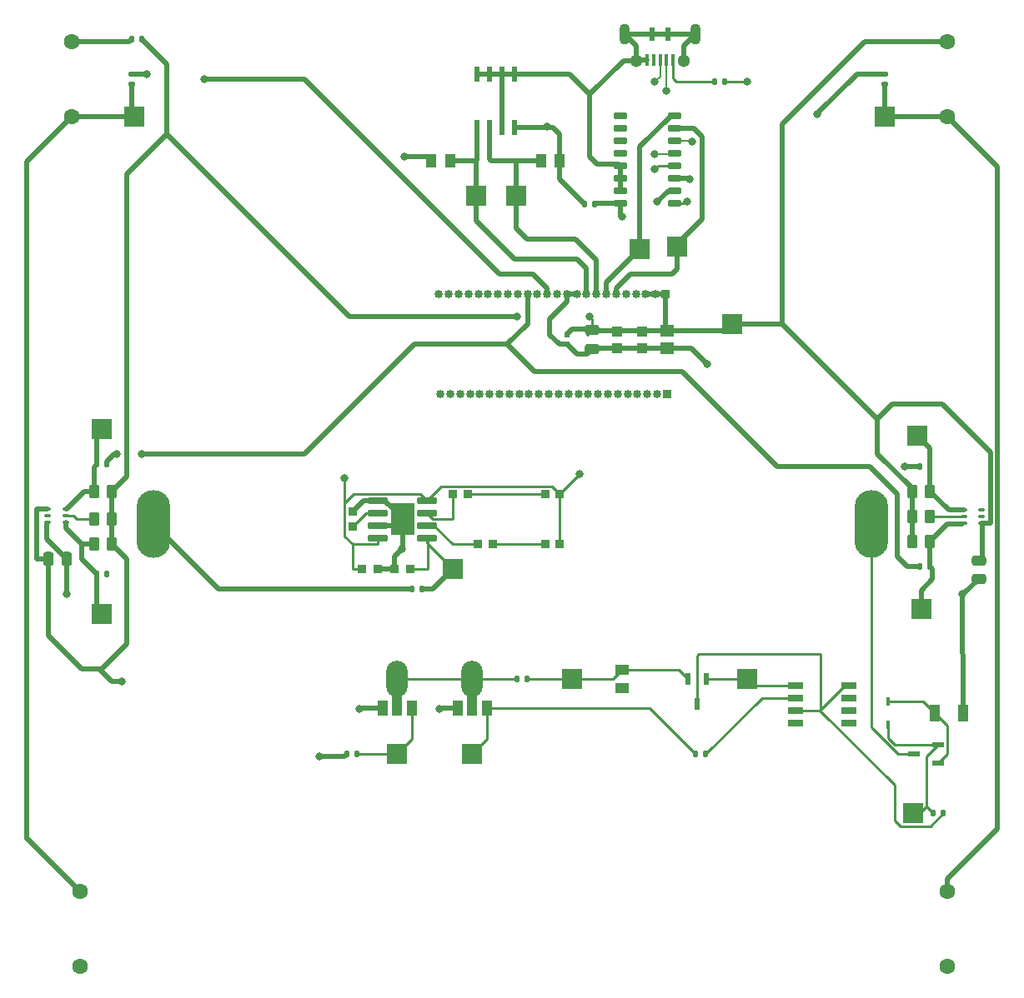
<source format=gbr>
%TF.GenerationSoftware,KiCad,Pcbnew,(7.0.0)*%
%TF.CreationDate,2023-03-21T11:43:25+02:00*%
%TF.ProjectId,EEE3088,45454533-3038-4382-9e6b-696361645f70,rev?*%
%TF.SameCoordinates,Original*%
%TF.FileFunction,Copper,L1,Top*%
%TF.FilePolarity,Positive*%
%FSLAX46Y46*%
G04 Gerber Fmt 4.6, Leading zero omitted, Abs format (unit mm)*
G04 Created by KiCad (PCBNEW (7.0.0)) date 2023-03-21 11:43:25*
%MOMM*%
%LPD*%
G01*
G04 APERTURE LIST*
G04 Aperture macros list*
%AMRoundRect*
0 Rectangle with rounded corners*
0 $1 Rounding radius*
0 $2 $3 $4 $5 $6 $7 $8 $9 X,Y pos of 4 corners*
0 Add a 4 corners polygon primitive as box body*
4,1,4,$2,$3,$4,$5,$6,$7,$8,$9,$2,$3,0*
0 Add four circle primitives for the rounded corners*
1,1,$1+$1,$2,$3*
1,1,$1+$1,$4,$5*
1,1,$1+$1,$6,$7*
1,1,$1+$1,$8,$9*
0 Add four rect primitives between the rounded corners*
20,1,$1+$1,$2,$3,$4,$5,0*
20,1,$1+$1,$4,$5,$6,$7,0*
20,1,$1+$1,$6,$7,$8,$9,0*
20,1,$1+$1,$8,$9,$2,$3,0*%
G04 Aperture macros list end*
%TA.AperFunction,SMDPad,CuDef*%
%ADD10RoundRect,0.075000X0.250000X0.075000X-0.250000X0.075000X-0.250000X-0.075000X0.250000X-0.075000X0*%
%TD*%
%TA.AperFunction,SMDPad,CuDef*%
%ADD11RoundRect,0.135000X-0.135000X-0.185000X0.135000X-0.185000X0.135000X0.185000X-0.135000X0.185000X0*%
%TD*%
%TA.AperFunction,SMDPad,CuDef*%
%ADD12R,2.000000X2.000000*%
%TD*%
%TA.AperFunction,SMDPad,CuDef*%
%ADD13RoundRect,0.250000X-0.475000X0.250000X-0.475000X-0.250000X0.475000X-0.250000X0.475000X0.250000X0*%
%TD*%
%TA.AperFunction,SMDPad,CuDef*%
%ADD14R,0.600000X1.200000*%
%TD*%
%TA.AperFunction,SMDPad,CuDef*%
%ADD15RoundRect,0.135000X0.135000X0.185000X-0.135000X0.185000X-0.135000X-0.185000X0.135000X-0.185000X0*%
%TD*%
%TA.AperFunction,SMDPad,CuDef*%
%ADD16RoundRect,0.250000X-0.262500X-0.450000X0.262500X-0.450000X0.262500X0.450000X-0.262500X0.450000X0*%
%TD*%
%TA.AperFunction,SMDPad,CuDef*%
%ADD17R,1.000000X1.100000*%
%TD*%
%TA.AperFunction,SMDPad,CuDef*%
%ADD18R,0.900000X0.950000*%
%TD*%
%TA.AperFunction,SMDPad,CuDef*%
%ADD19R,1.050000X1.750000*%
%TD*%
%TA.AperFunction,SMDPad,CuDef*%
%ADD20R,1.450000X1.150000*%
%TD*%
%TA.AperFunction,SMDPad,CuDef*%
%ADD21RoundRect,0.250000X0.262500X0.450000X-0.262500X0.450000X-0.262500X-0.450000X0.262500X-0.450000X0*%
%TD*%
%TA.AperFunction,ComponentPad*%
%ADD22R,0.850000X0.850000*%
%TD*%
%TA.AperFunction,ComponentPad*%
%ADD23O,0.850000X0.850000*%
%TD*%
%TA.AperFunction,SMDPad,CuDef*%
%ADD24R,0.400000X1.250000*%
%TD*%
%TA.AperFunction,SMDPad,CuDef*%
%ADD25R,0.600000X1.350000*%
%TD*%
%TA.AperFunction,ComponentPad*%
%ADD26O,1.070000X2.140000*%
%TD*%
%TA.AperFunction,ComponentPad*%
%ADD27C,1.300000*%
%TD*%
%TA.AperFunction,SMDPad,CuDef*%
%ADD28RoundRect,0.250000X-0.250000X-0.475000X0.250000X-0.475000X0.250000X0.475000X-0.250000X0.475000X0*%
%TD*%
%TA.AperFunction,SMDPad,CuDef*%
%ADD29R,0.460000X0.820000*%
%TD*%
%TA.AperFunction,SMDPad,CuDef*%
%ADD30R,0.950000X0.900000*%
%TD*%
%TA.AperFunction,SMDPad,CuDef*%
%ADD31R,1.500000X0.650000*%
%TD*%
%TA.AperFunction,SMDPad,CuDef*%
%ADD32RoundRect,0.042000X-0.943000X-0.258000X0.943000X-0.258000X0.943000X0.258000X-0.943000X0.258000X0*%
%TD*%
%TA.AperFunction,SMDPad,CuDef*%
%ADD33R,2.413000X3.302000*%
%TD*%
%TA.AperFunction,SMDPad,CuDef*%
%ADD34R,1.200000X0.600000*%
%TD*%
%TA.AperFunction,ComponentPad*%
%ADD35C,1.600000*%
%TD*%
%TA.AperFunction,SMDPad,CuDef*%
%ADD36R,1.000000X1.450000*%
%TD*%
%TA.AperFunction,SMDPad,CuDef*%
%ADD37R,0.620000X0.600000*%
%TD*%
%TA.AperFunction,SMDPad,CuDef*%
%ADD38R,0.920000X0.970000*%
%TD*%
%TA.AperFunction,SMDPad,CuDef*%
%ADD39RoundRect,0.075000X-0.250000X-0.075000X0.250000X-0.075000X0.250000X0.075000X-0.250000X0.075000X0*%
%TD*%
%TA.AperFunction,SMDPad,CuDef*%
%ADD40RoundRect,0.135000X0.185000X-0.135000X0.185000X0.135000X-0.185000X0.135000X-0.185000X-0.135000X0*%
%TD*%
%TA.AperFunction,SMDPad,CuDef*%
%ADD41R,1.000000X1.500000*%
%TD*%
%TA.AperFunction,SMDPad,CuDef*%
%ADD42R,1.000000X2.000000*%
%TD*%
%TA.AperFunction,SMDPad,CuDef*%
%ADD43O,2.200000X3.700000*%
%TD*%
%TA.AperFunction,SMDPad,CuDef*%
%ADD44R,0.600000X1.550000*%
%TD*%
%TA.AperFunction,SMDPad,CuDef*%
%ADD45RoundRect,0.135000X-0.185000X0.135000X-0.185000X-0.135000X0.185000X-0.135000X0.185000X0.135000X0*%
%TD*%
%TA.AperFunction,SMDPad,CuDef*%
%ADD46R,1.450000X1.000000*%
%TD*%
%TA.AperFunction,SMDPad,CuDef*%
%ADD47RoundRect,0.049600X0.605400X0.260400X-0.605400X0.260400X-0.605400X-0.260400X0.605400X-0.260400X0*%
%TD*%
%TA.AperFunction,ComponentPad*%
%ADD48O,3.440000X6.880000*%
%TD*%
%TA.AperFunction,ViaPad*%
%ADD49C,0.800000*%
%TD*%
%TA.AperFunction,Conductor*%
%ADD50C,0.500000*%
%TD*%
%TA.AperFunction,Conductor*%
%ADD51C,0.250000*%
%TD*%
%TA.AperFunction,Conductor*%
%ADD52C,0.200000*%
%TD*%
G04 APERTURE END LIST*
D10*
%TO.P,U1,1,VDD*%
%TO.N,+3.3V*%
X186320000Y-80660000D03*
%TO.P,U1,2,NC*%
%TO.N,unconnected-(U1-NC-Pad2)*%
X186320000Y-80010000D03*
%TO.P,U1,3,GND*%
%TO.N,GND*%
X186320000Y-79360000D03*
%TO.P,U1,4,SCL*%
%TO.N,Net-(U1-SCL)*%
X184520000Y-79360000D03*
%TO.P,U1,5,INT*%
%TO.N,Net-(U1-INT)*%
X184520000Y-80010000D03*
%TO.P,U1,6,SDA*%
%TO.N,Net-(U1-SDA)*%
X184520000Y-80660000D03*
%TD*%
D11*
%TO.P,R30,1*%
%TO.N,Net-(J1-VBUS)*%
X159254000Y-35814000D03*
%TO.P,R30,2*%
%TO.N,+5V*%
X160274000Y-35814000D03*
%TD*%
D12*
%TO.P,TP22,1,1*%
%TO.N,Net-(Op-Amp1-VOUTA)*%
X162559999Y-96519999D03*
%TD*%
D13*
%TO.P,C9,1*%
%TO.N,+3.3V*%
X146812000Y-61074000D03*
%TO.P,C9,2*%
%TO.N,GND*%
X146812000Y-62974000D03*
%TD*%
D12*
%TO.P,TP19,1,1*%
%TO.N,/Microcontroller/USB_TIMIN*%
X155447999Y-52577999D03*
%TD*%
%TO.P,TP2,1,1*%
%TO.N,Net-(Battery-Charger1-BAT)*%
X132613999Y-85343999D03*
%TD*%
D14*
%TO.P,N-Mos1,1*%
%TO.N,Net-(Op-Amp1-VOUTA)*%
X158429999Y-96519999D03*
%TO.P,N-Mos1,2*%
%TO.N,Net-(N-Mos1-Pad2)*%
X156529999Y-96519999D03*
%TO.P,N-Mos1,3*%
%TO.N,/Power_Subsystem/V-pos*%
X157479999Y-99019999D03*
%TD*%
D12*
%TO.P,TP1,1,1*%
%TO.N,Net-(Z1-K)*%
X179414999Y-110144999D03*
%TD*%
D15*
%TO.P,R20,1*%
%TO.N,Net-(U1-SDA)*%
X181102000Y-85090000D03*
%TO.P,R20,2*%
%TO.N,/Microcontroller/SDASense*%
X180082000Y-85090000D03*
%TD*%
D12*
%TO.P,TP9,1,1*%
%TO.N,Net-(U1-SCL)*%
X179831999Y-71754999D03*
%TD*%
%TO.P,TP13,1,1*%
%TO.N,/Microcontroller/EEPROM_SCL*%
X139064999Y-47403999D03*
%TD*%
D15*
%TO.P,R8,1*%
%TO.N,Net-(N-Mos1-Pad2)*%
X140210000Y-96520000D03*
%TO.P,R8,2*%
%TO.N,/Power_Subsystem/V-Reg*%
X139190000Y-96520000D03*
%TD*%
D16*
%TO.P,R24,1*%
%TO.N,+3.3V*%
X179277000Y-82550000D03*
%TO.P,R24,2*%
%TO.N,Net-(U1-SDA)*%
X181102000Y-82550000D03*
%TD*%
D12*
%TO.P,TP20,1,1*%
%TO.N,/Microcontroller/USB_TIMOUT*%
X151637999Y-52831999D03*
%TD*%
D17*
%TO.P,C5,1*%
%TO.N,+3.3V*%
X151891999Y-61173999D03*
%TO.P,C5,2*%
%TO.N,GND*%
X151891999Y-62873999D03*
%TD*%
D12*
%TO.P,TP6,1,1*%
%TO.N,Net-(R11-Pad1)*%
X176529999Y-39369999D03*
%TD*%
%TO.P,TP21,1,1*%
%TO.N,/Microcontroller/EEPROM_SDA*%
X135000999Y-47403999D03*
%TD*%
%TO.P,TP16,1,1*%
%TO.N,+3.3V*%
X161035999Y-60451999D03*
%TD*%
D18*
%TO.P,LED2,1*%
%TO.N,Net-(LED2-Pad1)*%
X142023999Y-82803999D03*
%TO.P,LED2,2*%
%TO.N,+5V*%
X143523999Y-82803999D03*
%TD*%
D19*
%TO.P,R3,1*%
%TO.N,GND*%
X184494999Y-99984999D03*
%TO.P,R3,2*%
%TO.N,Net-(Z1-A)*%
X181594999Y-99984999D03*
%TD*%
D20*
%TO.P,C8,1*%
%TO.N,+3.3V*%
X154431999Y-61123999D03*
%TO.P,C8,2*%
%TO.N,GND*%
X154431999Y-62923999D03*
%TD*%
D21*
%TO.P,R25,1*%
%TO.N,+3.3V*%
X98044000Y-77470000D03*
%TO.P,R25,2*%
%TO.N,Net-(U2-SDA)*%
X96219000Y-77470000D03*
%TD*%
%TO.P,R27,1*%
%TO.N,+3.3V*%
X98044000Y-80264000D03*
%TO.P,R27,2*%
%TO.N,Net-(U2-INT)*%
X96219000Y-80264000D03*
%TD*%
D12*
%TO.P,TP7,1,1*%
%TO.N,Net-(R12-Pad2)*%
X100329999Y-39369999D03*
%TD*%
%TO.P,TP3,1,1*%
%TO.N,Net-(N-Mos1-Pad2)*%
X144779999Y-96519999D03*
%TD*%
D22*
%TO.P,J2,1,Pin_1*%
%TO.N,+3.3V*%
X154239999Y-57403999D03*
D23*
%TO.P,J2,2,Pin_2*%
X153239999Y-57403999D03*
%TO.P,J2,3,Pin_3*%
X152239999Y-57403999D03*
%TO.P,J2,4,Pin_4*%
%TO.N,/Microcontroller/USB_RXD*%
X151239999Y-57403999D03*
%TO.P,J2,5,Pin_5*%
%TO.N,/Microcontroller/USB_TXD*%
X150239999Y-57403999D03*
%TO.P,J2,6,Pin_6*%
%TO.N,/Microcontroller/USB_TIMIN*%
X149239999Y-57403999D03*
%TO.P,J2,7,Pin_7*%
%TO.N,/Microcontroller/USB_TIMOUT*%
X148239999Y-57403999D03*
%TO.P,J2,8,Pin_8*%
%TO.N,/Microcontroller/EEPROM_SCL*%
X147239999Y-57403999D03*
%TO.P,J2,9,Pin_9*%
%TO.N,/Microcontroller/EEPROM_SDA*%
X146239999Y-57403999D03*
%TO.P,J2,10,Pin_10*%
%TO.N,GND*%
X145239999Y-57403999D03*
%TO.P,J2,11,Pin_11*%
X144239999Y-57403999D03*
%TO.P,J2,12,Pin_12*%
%TO.N,/Microcontroller/LDR_Vout1*%
X143239999Y-57403999D03*
%TO.P,J2,13,Pin_13*%
%TO.N,/Microcontroller/LDR_Vout2*%
X142239999Y-57403999D03*
%TO.P,J2,14,Pin_14*%
%TO.N,/Microcontroller/SCLSense*%
X141239999Y-57403999D03*
%TO.P,J2,15,Pin_15*%
%TO.N,/Microcontroller/SDASense*%
X140239999Y-57403999D03*
%TO.P,J2,16,Pin_16*%
%TO.N,unconnected-(J2-Pin_16-Pad16)*%
X139239999Y-57403999D03*
%TO.P,J2,17,Pin_17*%
%TO.N,unconnected-(J2-Pin_17-Pad17)*%
X138239999Y-57403999D03*
%TO.P,J2,18,Pin_18*%
%TO.N,unconnected-(J2-Pin_18-Pad18)*%
X137239999Y-57403999D03*
%TO.P,J2,19,Pin_19*%
%TO.N,unconnected-(J2-Pin_19-Pad19)*%
X136239999Y-57403999D03*
%TO.P,J2,20,Pin_20*%
%TO.N,unconnected-(J2-Pin_20-Pad20)*%
X135239999Y-57403999D03*
%TO.P,J2,21,Pin_21*%
%TO.N,unconnected-(J2-Pin_21-Pad21)*%
X134239999Y-57403999D03*
%TO.P,J2,22,Pin_22*%
%TO.N,unconnected-(J2-Pin_22-Pad22)*%
X133239999Y-57403999D03*
%TO.P,J2,23,Pin_23*%
%TO.N,unconnected-(J2-Pin_23-Pad23)*%
X132239999Y-57403999D03*
%TO.P,J2,24,Pin_24*%
%TO.N,unconnected-(J2-Pin_24-Pad24)*%
X131239999Y-57403999D03*
%TD*%
D12*
%TO.P,TP4,1,1*%
%TO.N,Net-(Voltage-Regulator-1-VO)*%
X134619999Y-104139999D03*
%TD*%
D15*
%TO.P,R9,1*%
%TO.N,Net-(Voltage-Regulator-2-VO)*%
X122940000Y-104140000D03*
%TO.P,R9,2*%
%TO.N,+3.3V*%
X121920000Y-104140000D03*
%TD*%
D24*
%TO.P,J1,1,VBUS*%
%TO.N,Net-(J1-VBUS)*%
X155007999Y-33637999D03*
%TO.P,J1,2,D-*%
%TO.N,/Microcontroller/USB_D-*%
X154357999Y-33637999D03*
%TO.P,J1,3,D+*%
%TO.N,/Microcontroller/USB_D+*%
X153707999Y-33637999D03*
%TO.P,J1,4,ID*%
%TO.N,unconnected-(J1-ID-Pad4)*%
X153057999Y-33637999D03*
%TO.P,J1,5,GND*%
%TO.N,GND*%
X152407999Y-33637999D03*
D25*
%TO.P,J1,S1,SHIELD*%
X152907999Y-30987999D03*
%TO.P,J1,S2,SHIELD*%
X154507999Y-30987999D03*
D26*
%TO.P,J1,S3,SHIELD*%
X150107999Y-31012999D03*
D27*
%TO.P,J1,S4,SHIELD*%
X151283000Y-33663000D03*
%TO.P,J1,S5,SHIELD*%
X156133000Y-33663000D03*
D26*
%TO.P,J1,S6,SHIELD*%
X157307999Y-31012999D03*
%TD*%
D28*
%TO.P,C3,1*%
%TO.N,+3.3V*%
X91572000Y-84328000D03*
%TO.P,C3,2*%
%TO.N,GND*%
X93472000Y-84328000D03*
%TD*%
D21*
%TO.P,R23,1*%
%TO.N,+3.3V*%
X98044000Y-82804000D03*
%TO.P,R23,2*%
%TO.N,Net-(U2-SCL)*%
X96219000Y-82804000D03*
%TD*%
D15*
%TO.P,R18,1*%
%TO.N,/Microcontroller/SDASense*%
X97538000Y-74676000D03*
%TO.P,R18,2*%
%TO.N,Net-(U2-SDA)*%
X96518000Y-74676000D03*
%TD*%
D29*
%TO.P,Z1,1,K*%
%TO.N,Net-(Z1-K)*%
X176874999Y-101134999D03*
%TO.P,Z1,2,A*%
%TO.N,Net-(Z1-A)*%
X176874999Y-98834999D03*
%TD*%
D30*
%TO.P,R2,1*%
%TO.N,GND*%
X122453999Y-79463999D03*
%TO.P,R2,2*%
%TO.N,Net-(Battery-Charger1-PROG)*%
X122453999Y-81063999D03*
%TD*%
D15*
%TO.P,R19,1*%
%TO.N,/Microcontroller/SCLSense*%
X97538000Y-85852000D03*
%TO.P,R19,2*%
%TO.N,Net-(U2-SCL)*%
X96518000Y-85852000D03*
%TD*%
D31*
%TO.P,Op-Amp1,1,VOUTA*%
%TO.N,Net-(Op-Amp1-VOUTA)*%
X167479999Y-97154999D03*
%TO.P,Op-Amp1,2,VINA-*%
%TO.N,/Power_Subsystem/3.3-back*%
X167479999Y-98424999D03*
%TO.P,Op-Amp1,3,VINA+*%
%TO.N,/Power_Subsystem/V-pos*%
X167479999Y-99694999D03*
%TO.P,Op-Amp1,4,VSS*%
%TO.N,GND*%
X167479999Y-100964999D03*
%TO.P,Op-Amp1,5,VINB+*%
X172879999Y-100964999D03*
%TO.P,Op-Amp1,6,VINB-*%
X172879999Y-99694999D03*
%TO.P,Op-Amp1,7,VOUTB*%
%TO.N,unconnected-(Op-Amp1-VOUTB-Pad7)*%
X172879999Y-98424999D03*
%TO.P,Op-Amp1,8,VDD*%
%TO.N,/Power_Subsystem/V-pos*%
X172879999Y-97154999D03*
%TD*%
D32*
%TO.P,Battery-Charger1,1,TEMP*%
%TO.N,GND*%
X125059000Y-78359000D03*
%TO.P,Battery-Charger1,2,PROG*%
%TO.N,Net-(Battery-Charger1-PROG)*%
X125059000Y-79629000D03*
%TO.P,Battery-Charger1,3,GND*%
%TO.N,GND*%
X125059000Y-80899000D03*
%TO.P,Battery-Charger1,4,VCC*%
%TO.N,+5V*%
X125059000Y-82169000D03*
%TO.P,Battery-Charger1,5,BAT*%
%TO.N,Net-(Battery-Charger1-BAT)*%
X130009000Y-82169000D03*
%TO.P,Battery-Charger1,6,~{STDBY}*%
%TO.N,Net-(Battery-Charger1-~{STDBY})*%
X130009000Y-80899000D03*
%TO.P,Battery-Charger1,7,~{CHRG}*%
%TO.N,Net-(Battery-Charger1-~{CHRG})*%
X130009000Y-79629000D03*
%TO.P,Battery-Charger1,8,CE*%
%TO.N,+5V*%
X130009000Y-78359000D03*
D33*
%TO.P,Battery-Charger1,9,EP*%
%TO.N,GND*%
X127533999Y-80263999D03*
%TD*%
D34*
%TO.P,P-Mos1,1*%
%TO.N,Net-(Z1-A)*%
X181954999Y-105064999D03*
%TO.P,P-Mos1,2*%
%TO.N,Net-(Z1-K)*%
X181954999Y-103164999D03*
%TO.P,P-Mos1,3*%
%TO.N,Net-(Battery-Holder1-PadP)*%
X179454999Y-104114999D03*
%TD*%
D18*
%TO.P,R32,1*%
%TO.N,Net-(Battery-Charger1-~{CHRG})*%
X132613999Y-77723999D03*
%TO.P,R32,2*%
%TO.N,Net-(LED1-Pad1)*%
X134213999Y-77723999D03*
%TD*%
D11*
%TO.P,R13,1*%
%TO.N,Net-(R13-Pad1)*%
X100072000Y-31496000D03*
%TO.P,R13,2*%
%TO.N,+3.3V*%
X101092000Y-31496000D03*
%TD*%
D13*
%TO.P,C4,1*%
%TO.N,+3.3V*%
X186055000Y-84455000D03*
%TO.P,C4,2*%
%TO.N,GND*%
X186055000Y-86355000D03*
%TD*%
D35*
%TO.P,R17,1*%
%TO.N,Net-(R11-Pad1)*%
X182880000Y-118130000D03*
%TO.P,R17,2*%
%TO.N,GND*%
X182880000Y-125730000D03*
%TD*%
D18*
%TO.P,LED1,1*%
%TO.N,Net-(LED1-Pad1)*%
X142023999Y-77723999D03*
%TO.P,LED1,2*%
%TO.N,+5V*%
X143523999Y-77723999D03*
%TD*%
D11*
%TO.P,R4,1*%
%TO.N,Net-(Z1-K)*%
X181445000Y-110145000D03*
%TO.P,R4,2*%
%TO.N,/Power_Subsystem/V-pos*%
X182465000Y-110145000D03*
%TD*%
D36*
%TO.P,R28,1*%
%TO.N,+3V3*%
X143504999Y-43847999D03*
%TO.P,R28,2*%
%TO.N,/Microcontroller/EEPROM_SCL*%
X141604999Y-43847999D03*
%TD*%
%TO.P,R29,1*%
%TO.N,+3V3*%
X130494999Y-43847999D03*
%TO.P,R29,2*%
%TO.N,/Microcontroller/EEPROM_SDA*%
X132394999Y-43847999D03*
%TD*%
D37*
%TO.P,C7,1*%
%TO.N,+3.3V*%
X144271999Y-61563999D03*
%TO.P,C7,2*%
%TO.N,GND*%
X144271999Y-62483999D03*
%TD*%
D38*
%TO.P,C2,1*%
%TO.N,Net-(Battery-Charger1-BAT)*%
X128308999Y-85343999D03*
%TO.P,C2,2*%
%TO.N,GND*%
X126758999Y-85343999D03*
%TD*%
D39*
%TO.P,U2,1,VDD*%
%TO.N,+3.3V*%
X91545000Y-79260000D03*
%TO.P,U2,2,NC*%
%TO.N,unconnected-(U2-NC-Pad2)*%
X91545000Y-79910000D03*
%TO.P,U2,3,GND*%
%TO.N,GND*%
X91545000Y-80560000D03*
%TO.P,U2,4,SCL*%
%TO.N,Net-(U2-SCL)*%
X93345000Y-80560000D03*
%TO.P,U2,5,INT*%
%TO.N,Net-(U2-INT)*%
X93345000Y-79910000D03*
%TO.P,U2,6,SDA*%
%TO.N,Net-(U2-SDA)*%
X93345000Y-79260000D03*
%TD*%
D12*
%TO.P,TP10,1,1*%
%TO.N,Net-(U1-SDA)*%
X180212999Y-89407999D03*
%TD*%
D22*
%TO.P,J3,1,Pin_1*%
%TO.N,unconnected-(J3-Pin_1-Pad1)*%
X154399999Y-67563999D03*
D23*
%TO.P,J3,2,Pin_2*%
%TO.N,unconnected-(J3-Pin_2-Pad2)*%
X153399999Y-67563999D03*
%TO.P,J3,3,Pin_3*%
%TO.N,unconnected-(J3-Pin_3-Pad3)*%
X152399999Y-67563999D03*
%TO.P,J3,4,Pin_4*%
%TO.N,unconnected-(J3-Pin_4-Pad4)*%
X151399999Y-67563999D03*
%TO.P,J3,5,Pin_5*%
%TO.N,unconnected-(J3-Pin_5-Pad5)*%
X150399999Y-67563999D03*
%TO.P,J3,6,Pin_6*%
%TO.N,unconnected-(J3-Pin_6-Pad6)*%
X149399999Y-67563999D03*
%TO.P,J3,7,Pin_7*%
%TO.N,unconnected-(J3-Pin_7-Pad7)*%
X148399999Y-67563999D03*
%TO.P,J3,8,Pin_8*%
%TO.N,unconnected-(J3-Pin_8-Pad8)*%
X147399999Y-67563999D03*
%TO.P,J3,9,Pin_9*%
%TO.N,unconnected-(J3-Pin_9-Pad9)*%
X146399999Y-67563999D03*
%TO.P,J3,10,Pin_10*%
%TO.N,unconnected-(J3-Pin_10-Pad10)*%
X145399999Y-67563999D03*
%TO.P,J3,11,Pin_11*%
%TO.N,unconnected-(J3-Pin_11-Pad11)*%
X144399999Y-67563999D03*
%TO.P,J3,12,Pin_12*%
%TO.N,unconnected-(J3-Pin_12-Pad12)*%
X143399999Y-67563999D03*
%TO.P,J3,13,Pin_13*%
%TO.N,unconnected-(J3-Pin_13-Pad13)*%
X142399999Y-67563999D03*
%TO.P,J3,14,Pin_14*%
%TO.N,unconnected-(J3-Pin_14-Pad14)*%
X141399999Y-67563999D03*
%TO.P,J3,15,Pin_15*%
%TO.N,unconnected-(J3-Pin_15-Pad15)*%
X140399999Y-67563999D03*
%TO.P,J3,16,Pin_16*%
%TO.N,unconnected-(J3-Pin_16-Pad16)*%
X139399999Y-67563999D03*
%TO.P,J3,17,Pin_17*%
%TO.N,unconnected-(J3-Pin_17-Pad17)*%
X138399999Y-67563999D03*
%TO.P,J3,18,Pin_18*%
%TO.N,unconnected-(J3-Pin_18-Pad18)*%
X137399999Y-67563999D03*
%TO.P,J3,19,Pin_19*%
%TO.N,unconnected-(J3-Pin_19-Pad19)*%
X136399999Y-67563999D03*
%TO.P,J3,20,Pin_20*%
%TO.N,unconnected-(J3-Pin_20-Pad20)*%
X135399999Y-67563999D03*
%TO.P,J3,21,Pin_21*%
%TO.N,unconnected-(J3-Pin_21-Pad21)*%
X134399999Y-67563999D03*
%TO.P,J3,22,Pin_22*%
%TO.N,unconnected-(J3-Pin_22-Pad22)*%
X133399999Y-67563999D03*
%TO.P,J3,23,Pin_23*%
%TO.N,unconnected-(J3-Pin_23-Pad23)*%
X132399999Y-67563999D03*
%TO.P,J3,24,Pin_24*%
%TO.N,unconnected-(J3-Pin_24-Pad24)*%
X131399999Y-67563999D03*
%TD*%
D12*
%TO.P,TP11,1,1*%
%TO.N,Net-(U2-SDA)*%
X97027999Y-71119999D03*
%TD*%
D18*
%TO.P,R5,1*%
%TO.N,Net-(LED2-Pad1)*%
X136753999Y-82803999D03*
%TO.P,R5,2*%
%TO.N,Net-(Battery-Charger1-~{STDBY})*%
X135153999Y-82803999D03*
%TD*%
D40*
%TO.P,R11,1*%
%TO.N,Net-(R11-Pad1)*%
X176530000Y-36068000D03*
%TO.P,R11,2*%
%TO.N,/Microcontroller/LDR_Vout1*%
X176530000Y-35048000D03*
%TD*%
D41*
%TO.P,Voltage-Regulator-2,1*%
%TO.N,GND*%
X125500999Y-99440999D03*
D42*
%TO.P,Voltage-Regulator-2,2,VI*%
%TO.N,/Power_Subsystem/V-Reg*%
X126999999Y-99186999D03*
D43*
%TO.P,Voltage-Regulator-2,2@1,VI*%
X126999999Y-96519999D03*
D41*
%TO.P,Voltage-Regulator-2,3,VO*%
%TO.N,Net-(Voltage-Regulator-2-VO)*%
X128498999Y-99440999D03*
%TD*%
D38*
%TO.P,C1,1*%
%TO.N,+5V*%
X123443999Y-85343999D03*
%TO.P,C1,2*%
%TO.N,GND*%
X124993999Y-85343999D03*
%TD*%
D44*
%TO.P,U3,1,A0*%
%TO.N,GND*%
X138937999Y-35051999D03*
%TO.P,U3,2,A1*%
X137667999Y-35051999D03*
%TO.P,U3,3,A2*%
X136397999Y-35051999D03*
%TO.P,U3,4,GND*%
X135127999Y-35051999D03*
%TO.P,U3,5,SDA*%
%TO.N,/Microcontroller/EEPROM_SDA*%
X135127999Y-40451999D03*
%TO.P,U3,6,SCL*%
%TO.N,/Microcontroller/EEPROM_SCL*%
X136397999Y-40451999D03*
%TO.P,U3,7,WP*%
%TO.N,GND*%
X137667999Y-40451999D03*
%TO.P,U3,8,VCC*%
%TO.N,+3V3*%
X138937999Y-40451999D03*
%TD*%
D35*
%TO.P,R15,1*%
%TO.N,Net-(R12-Pad2)*%
X94780000Y-118120000D03*
%TO.P,R15,2*%
%TO.N,GND*%
X94780000Y-125720000D03*
%TD*%
D17*
%TO.P,C6,1*%
%TO.N,+3.3V*%
X149351999Y-61173999D03*
%TO.P,C6,2*%
%TO.N,GND*%
X149351999Y-62873999D03*
%TD*%
D35*
%TO.P,R16,1*%
%TO.N,+3.3V*%
X182880000Y-31770000D03*
%TO.P,R16,2*%
%TO.N,Net-(R11-Pad1)*%
X182880000Y-39370000D03*
%TD*%
D16*
%TO.P,R22,1*%
%TO.N,+3.3V*%
X179277000Y-77470000D03*
%TO.P,R22,2*%
%TO.N,Net-(U1-SCL)*%
X181102000Y-77470000D03*
%TD*%
D11*
%TO.P,R21,1*%
%TO.N,/Microcontroller/SCLSense*%
X180082000Y-74930000D03*
%TO.P,R21,2*%
%TO.N,Net-(U1-SCL)*%
X181102000Y-74930000D03*
%TD*%
D35*
%TO.P,R14,1*%
%TO.N,Net-(R13-Pad1)*%
X93980000Y-31770000D03*
%TO.P,R14,2*%
%TO.N,Net-(R12-Pad2)*%
X93980000Y-39370000D03*
%TD*%
D41*
%TO.P,Voltage-Regulator-1,1*%
%TO.N,GND*%
X133120999Y-99440999D03*
D42*
%TO.P,Voltage-Regulator-1,2,VI*%
%TO.N,/Power_Subsystem/V-Reg*%
X134619999Y-99186999D03*
D43*
%TO.P,Voltage-Regulator-1,2@1,VI*%
X134619999Y-96519999D03*
D41*
%TO.P,Voltage-Regulator-1,3,VO*%
%TO.N,Net-(Voltage-Regulator-1-VO)*%
X136118999Y-99440999D03*
%TD*%
D12*
%TO.P,TP5,1,1*%
%TO.N,Net-(Voltage-Regulator-2-VO)*%
X126999999Y-104139999D03*
%TD*%
D45*
%TO.P,R12,1*%
%TO.N,/Microcontroller/LDR_Vout2*%
X100076000Y-35048000D03*
%TO.P,R12,2*%
%TO.N,Net-(R12-Pad2)*%
X100076000Y-36068000D03*
%TD*%
D11*
%TO.P,R10,1*%
%TO.N,Net-(Voltage-Regulator-1-VO)*%
X157320000Y-104140000D03*
%TO.P,R10,2*%
%TO.N,/Power_Subsystem/3.3-back*%
X158340000Y-104140000D03*
%TD*%
D46*
%TO.P,R7,1*%
%TO.N,Net-(N-Mos1-Pad2)*%
X149859999Y-95569999D03*
%TO.P,R7,2*%
%TO.N,GND*%
X149859999Y-97469999D03*
%TD*%
D12*
%TO.P,TP8,1,1*%
%TO.N,Net-(U2-SCL)*%
X97027999Y-89915999D03*
%TD*%
D16*
%TO.P,R26,1*%
%TO.N,+3.3V*%
X179277000Y-80010000D03*
%TO.P,R26,2*%
%TO.N,Net-(U1-INT)*%
X181102000Y-80010000D03*
%TD*%
D15*
%TO.P,R6,1*%
%TO.N,Net-(Battery-Charger1-BAT)*%
X129544000Y-87376000D03*
%TO.P,R6,2*%
%TO.N,/Power_Subsystem/Vbat*%
X128524000Y-87376000D03*
%TD*%
D47*
%TO.P,U4,1,GND*%
%TO.N,GND*%
X155150000Y-48133000D03*
%TO.P,U4,2,TXD*%
%TO.N,/Microcontroller/USB_TXD*%
X155150000Y-46863000D03*
%TO.P,U4,3,RXD*%
%TO.N,/Microcontroller/USB_RXD*%
X155150000Y-45593000D03*
%TO.P,U4,4,V3*%
%TO.N,Net-(U4-V3)*%
X155150000Y-44323000D03*
%TO.P,U4,5,UD+*%
%TO.N,/Microcontroller/USB_D+*%
X155150000Y-43053000D03*
%TO.P,U4,6,UD-*%
%TO.N,/Microcontroller/USB_D-*%
X155150000Y-41783000D03*
%TO.P,U4,7,XI*%
%TO.N,/Microcontroller/USB_TIMIN*%
X155150000Y-40513000D03*
%TO.P,U4,8,XO*%
%TO.N,/Microcontroller/USB_TIMOUT*%
X155150000Y-39243000D03*
%TO.P,U4,9,~{CTS}*%
%TO.N,unconnected-(U4-~{CTS}-Pad9)*%
X149650000Y-39243000D03*
%TO.P,U4,10,~{DSR}*%
%TO.N,unconnected-(U4-~{DSR}-Pad10)*%
X149650000Y-40513000D03*
%TO.P,U4,11,~{RI}*%
%TO.N,unconnected-(U4-~{RI}-Pad11)*%
X149650000Y-41783000D03*
%TO.P,U4,12,~{DCD}*%
%TO.N,unconnected-(U4-~{DCD}-Pad12)*%
X149650000Y-43053000D03*
%TO.P,U4,13,~{DTR}*%
%TO.N,GND*%
X149650000Y-44323000D03*
%TO.P,U4,14,~{RTS}*%
X149650000Y-45593000D03*
%TO.P,U4,15,RS232*%
X149650000Y-46863000D03*
%TO.P,U4,16,VCC*%
%TO.N,Net-(U4-V3)*%
X149650000Y-48133000D03*
%TD*%
D11*
%TO.P,R31,1*%
%TO.N,+3V3*%
X146046000Y-48260000D03*
%TO.P,R31,2*%
%TO.N,Net-(U4-V3)*%
X147066000Y-48260000D03*
%TD*%
D48*
%TO.P,Battery-Holder1,N*%
%TO.N,/Power_Subsystem/Vbat*%
X102225999Y-80771999D03*
%TO.P,Battery-Holder1,P*%
%TO.N,Net-(Battery-Holder1-PadP)*%
X175125999Y-80771999D03*
%TD*%
D49*
%TO.N,GND*%
X158496000Y-64516000D03*
X123190000Y-99568000D03*
X93472000Y-87884000D03*
X127508000Y-83312000D03*
X131318000Y-99568000D03*
X184404000Y-87884000D03*
X156464000Y-48006000D03*
%TO.N,+3.3V*%
X119126000Y-104394000D03*
X139192000Y-59690000D03*
X99060000Y-96774000D03*
X146558000Y-59690000D03*
%TO.N,+5V*%
X121627000Y-76073000D03*
X145542000Y-75692000D03*
X162560000Y-35814000D03*
%TO.N,+3V3*%
X142240000Y-40386000D03*
X127762000Y-43434000D03*
%TO.N,Net-(U4-V3)*%
X153162000Y-44704000D03*
X149860000Y-49530000D03*
%TO.N,/Microcontroller/LDR_Vout1*%
X169672000Y-39116000D03*
%TO.N,/Microcontroller/LDR_Vout2*%
X107442000Y-35560000D03*
X101600000Y-35052000D03*
%TO.N,/Microcontroller/USB_D-*%
X156972000Y-41910000D03*
X154358000Y-36756000D03*
%TO.N,/Microcontroller/USB_D+*%
X153162000Y-43180000D03*
X153162000Y-35814000D03*
%TO.N,/Microcontroller/USB_TXD*%
X153416000Y-48006000D03*
%TO.N,/Microcontroller/USB_RXD*%
X156718000Y-45720000D03*
%TO.N,/Microcontroller/SCLSense*%
X178562000Y-74930000D03*
%TO.N,/Microcontroller/SDASense*%
X101092000Y-73660000D03*
X98552000Y-73660000D03*
%TD*%
D50*
%TO.N,Net-(R13-Pad1)*%
X93980000Y-31770000D02*
X99798000Y-31770000D01*
X99798000Y-31770000D02*
X100072000Y-31496000D01*
%TO.N,Net-(R12-Pad2)*%
X89408000Y-112776000D02*
X89408000Y-43942000D01*
X100076000Y-39116000D02*
X100330000Y-39370000D01*
X94780000Y-118120000D02*
X89436000Y-112776000D01*
X100076000Y-36068000D02*
X100076000Y-39116000D01*
X93980000Y-39370000D02*
X100330000Y-39370000D01*
X89436000Y-112776000D02*
X89408000Y-112776000D01*
X89408000Y-43942000D02*
X93980000Y-39370000D01*
%TO.N,GND*%
X125685793Y-78359000D02*
X125059000Y-78359000D01*
X124994000Y-85344000D02*
X126759000Y-85344000D01*
X127534000Y-80264000D02*
X127534000Y-83286000D01*
X127534000Y-80207207D02*
X125685793Y-78359000D01*
X91440000Y-82296000D02*
X91440000Y-80772000D01*
X133121000Y-99441000D02*
X131445000Y-99441000D01*
X184404000Y-87884000D02*
X184495000Y-87915000D01*
X127534000Y-80264000D02*
X127534000Y-80207207D01*
X143462000Y-62484000D02*
X142494000Y-61516000D01*
X138938000Y-35052000D02*
X144526000Y-35052000D01*
X149523000Y-44196000D02*
X147320000Y-44196000D01*
X123317000Y-99441000D02*
X123190000Y-99568000D01*
X154508000Y-30988000D02*
X157283000Y-30988000D01*
X146812000Y-62974000D02*
X146862000Y-62924000D01*
X125059000Y-80899000D02*
X126899000Y-80899000D01*
X125501000Y-99441000D02*
X123317000Y-99441000D01*
X126899000Y-80899000D02*
X127534000Y-80264000D01*
X144272000Y-62484000D02*
X143462000Y-62484000D01*
X131445000Y-99441000D02*
X131318000Y-99568000D01*
X149650000Y-44323000D02*
X149650000Y-45593000D01*
X142494000Y-61516000D02*
X142494000Y-59944000D01*
X146558000Y-43434000D02*
X146558000Y-37084000D01*
X145288000Y-63500000D02*
X146286000Y-63500000D01*
X157283000Y-30988000D02*
X157308000Y-31013000D01*
X184495000Y-99985000D02*
X184404000Y-87884000D01*
X184495000Y-87915000D02*
X186055000Y-86355000D01*
X156904000Y-62924000D02*
X158496000Y-64516000D01*
X144272000Y-62484000D02*
X145288000Y-63500000D01*
X137668000Y-40452000D02*
X137668000Y-35052000D01*
X147320000Y-44196000D02*
X146558000Y-43434000D01*
X154432000Y-62924000D02*
X156904000Y-62924000D01*
X146286000Y-63500000D02*
X146812000Y-62974000D01*
X151283000Y-32188000D02*
X150108000Y-31013000D01*
X149650000Y-44323000D02*
X149523000Y-44196000D01*
X144240000Y-57404000D02*
X145240000Y-57404000D01*
X127508000Y-83312000D02*
X126759000Y-84061000D01*
X149979000Y-33663000D02*
X151283000Y-33663000D01*
X150108000Y-31013000D02*
X152883000Y-31013000D01*
X152883000Y-31013000D02*
X152908000Y-30988000D01*
X127534000Y-83286000D02*
X127508000Y-83312000D01*
X149650000Y-46863000D02*
X149650000Y-45593000D01*
X152408000Y-33638000D02*
X151308000Y-33638000D01*
X122454000Y-79464000D02*
X123559000Y-78359000D01*
D51*
X156337000Y-48133000D02*
X156464000Y-48006000D01*
X155150000Y-48133000D02*
X156337000Y-48133000D01*
D50*
X126759000Y-84061000D02*
X126759000Y-85344000D01*
X144240000Y-58198000D02*
X144240000Y-57404000D01*
X135128000Y-35052000D02*
X138938000Y-35052000D01*
X146862000Y-62924000D02*
X154432000Y-62924000D01*
X123559000Y-78359000D02*
X125059000Y-78359000D01*
X151308000Y-33638000D02*
X151283000Y-33663000D01*
X156133000Y-32188000D02*
X157308000Y-31013000D01*
X93472000Y-84328000D02*
X93472000Y-87884000D01*
D51*
X125059000Y-78359000D02*
X125629000Y-78359000D01*
D50*
X156133000Y-33663000D02*
X156133000Y-32188000D01*
X93472000Y-84328000D02*
X91440000Y-82296000D01*
D51*
X149402000Y-62924000D02*
X149352000Y-62874000D01*
D50*
X151283000Y-33663000D02*
X151283000Y-32188000D01*
X152908000Y-30988000D02*
X154508000Y-30988000D01*
X142494000Y-59944000D02*
X144240000Y-58198000D01*
X144526000Y-35052000D02*
X146558000Y-37084000D01*
X146558000Y-37084000D02*
X149979000Y-33663000D01*
%TO.N,+3.3V*%
X98044000Y-80264000D02*
X98044000Y-77470000D01*
X186436000Y-84074000D02*
X186436000Y-80772000D01*
X186320000Y-80660000D02*
X187260000Y-80660000D01*
X96774000Y-95504000D02*
X94996000Y-95504000D01*
X98044000Y-96774000D02*
X99060000Y-96774000D01*
X154240000Y-57404000D02*
X154240000Y-60932000D01*
X103632000Y-41148000D02*
X122174000Y-59690000D01*
X144272000Y-61468000D02*
X144780000Y-60960000D01*
X177292000Y-68580000D02*
X175768000Y-70104000D01*
X154432000Y-61124000D02*
X146862000Y-61124000D01*
X91572000Y-92080000D02*
X91572000Y-84328000D01*
X146698000Y-60960000D02*
X146812000Y-61074000D01*
X98044000Y-82804000D02*
X98044000Y-80264000D01*
X121666000Y-104394000D02*
X121920000Y-104140000D01*
X174478000Y-31770000D02*
X174244000Y-32004000D01*
X166116000Y-40132000D02*
X174244000Y-32004000D01*
D51*
X146322000Y-61564000D02*
X146812000Y-61074000D01*
D50*
X160364000Y-61124000D02*
X161036000Y-60452000D01*
X98044000Y-77470000D02*
X99568000Y-75946000D01*
X166116000Y-60452000D02*
X161036000Y-60452000D01*
D51*
X146812000Y-61074000D02*
X146912000Y-61174000D01*
D50*
X179277000Y-77169000D02*
X175768000Y-73660000D01*
X175768000Y-70104000D02*
X166116000Y-60452000D01*
X96774000Y-95504000D02*
X98044000Y-96774000D01*
X179277000Y-80010000D02*
X179277000Y-77470000D01*
X90920000Y-79260000D02*
X90908000Y-79248000D01*
X179277000Y-82550000D02*
X179277000Y-80010000D01*
X103632000Y-41148000D02*
X103632000Y-34036000D01*
X91545000Y-79260000D02*
X90920000Y-79260000D01*
D51*
X149402000Y-61124000D02*
X149352000Y-61174000D01*
X91440000Y-84460000D02*
X91572000Y-84328000D01*
D50*
X182372000Y-68580000D02*
X177292000Y-68580000D01*
X98044000Y-82804000D02*
X99568000Y-84328000D01*
X179277000Y-77470000D02*
X179277000Y-77169000D01*
X187260000Y-80660000D02*
X187260000Y-73468000D01*
X90424000Y-84328000D02*
X91572000Y-84328000D01*
D51*
X146812000Y-59944000D02*
X146558000Y-59690000D01*
D50*
X99568000Y-45212000D02*
X103632000Y-41148000D01*
X187260000Y-73468000D02*
X182372000Y-68580000D01*
X99568000Y-84328000D02*
X99568000Y-92964000D01*
X99568000Y-75946000D02*
X99568000Y-45212000D01*
X186055000Y-84455000D02*
X186436000Y-84074000D01*
X154240000Y-60932000D02*
X154432000Y-61124000D01*
X146862000Y-61124000D02*
X146812000Y-61074000D01*
X166116000Y-60452000D02*
X166116000Y-40132000D01*
X154432000Y-61124000D02*
X160364000Y-61124000D01*
X175768000Y-73660000D02*
X175768000Y-70104000D01*
X182880000Y-31770000D02*
X174478000Y-31770000D01*
X99568000Y-92964000D02*
X97028000Y-95504000D01*
X144272000Y-61564000D02*
X144272000Y-61468000D01*
X97028000Y-95504000D02*
X96774000Y-95504000D01*
X103632000Y-34036000D02*
X101092000Y-31496000D01*
X119126000Y-104394000D02*
X121666000Y-104394000D01*
X144780000Y-60960000D02*
X146698000Y-60960000D01*
X122174000Y-59690000D02*
X139192000Y-59690000D01*
D51*
X146812000Y-61074000D02*
X146812000Y-59944000D01*
D50*
X90908000Y-79248000D02*
X90424000Y-79248000D01*
X152240000Y-57404000D02*
X154240000Y-57404000D01*
X90424000Y-79248000D02*
X90424000Y-84328000D01*
X94996000Y-95504000D02*
X91572000Y-92080000D01*
%TO.N,Net-(R11-Pad1)*%
X176530000Y-39370000D02*
X176530000Y-36068000D01*
X182880000Y-118130000D02*
X182880000Y-116840000D01*
X182880000Y-116840000D02*
X187960000Y-111760000D01*
X187960000Y-44450000D02*
X182880000Y-39370000D01*
X182880000Y-39370000D02*
X176530000Y-39370000D01*
X187960000Y-111760000D02*
X187960000Y-44450000D01*
%TO.N,Net-(U1-SCL)*%
X181102000Y-74930000D02*
X181102000Y-77470000D01*
X184520000Y-79360000D02*
X182992000Y-79360000D01*
X179832000Y-71755000D02*
X181102000Y-73025000D01*
X181102000Y-73025000D02*
X181102000Y-74930000D01*
X182992000Y-79360000D02*
X181102000Y-77470000D01*
D51*
%TO.N,Net-(U1-INT)*%
X184520000Y-80010000D02*
X181102000Y-80010000D01*
D50*
%TO.N,Net-(U1-SDA)*%
X180213000Y-87503000D02*
X181356000Y-86360000D01*
X181356000Y-86360000D02*
X181356000Y-85344000D01*
X181102000Y-82550000D02*
X182880000Y-80772000D01*
X182880000Y-80772000D02*
X184404000Y-80772000D01*
X181102000Y-82550000D02*
X181102000Y-85090000D01*
X180213000Y-89408000D02*
X180213000Y-87503000D01*
X181356000Y-85344000D02*
X181102000Y-85090000D01*
%TO.N,Net-(U2-SCL)*%
X93345000Y-80560000D02*
X93345000Y-81153000D01*
X96518000Y-89406000D02*
X97028000Y-89916000D01*
X96518000Y-85852000D02*
X96518000Y-89406000D01*
X94996000Y-82804000D02*
X94996000Y-84330000D01*
X94996000Y-84330000D02*
X96518000Y-85852000D01*
X93345000Y-81153000D02*
X94996000Y-82804000D01*
X94996000Y-82804000D02*
X96219000Y-82804000D01*
D51*
%TO.N,Net-(U2-INT)*%
X93345000Y-79910000D02*
X94134000Y-79910000D01*
X94488000Y-80264000D02*
X96219000Y-80264000D01*
X94134000Y-79910000D02*
X94488000Y-80264000D01*
D50*
%TO.N,Net-(U2-SDA)*%
X96518000Y-71630000D02*
X96518000Y-74676000D01*
X96219000Y-74975000D02*
X96518000Y-74676000D01*
X95250000Y-77470000D02*
X96219000Y-77470000D01*
X96219000Y-77470000D02*
X96219000Y-74975000D01*
X93460000Y-79260000D02*
X95250000Y-77470000D01*
X93345000Y-79260000D02*
X93460000Y-79260000D01*
X97028000Y-71120000D02*
X96518000Y-71630000D01*
D51*
%TO.N,Net-(Z1-K)*%
X181955000Y-103165000D02*
X180745000Y-104375000D01*
X180045000Y-110145000D02*
X180745000Y-109445000D01*
X177515000Y-103165000D02*
X176875000Y-102525000D01*
X176875000Y-102525000D02*
X176875000Y-101135000D01*
X181955000Y-103165000D02*
X177515000Y-103165000D01*
X180745000Y-104375000D02*
X180745000Y-109445000D01*
X180745000Y-109445000D02*
X181445000Y-110145000D01*
X179415000Y-110145000D02*
X180045000Y-110145000D01*
%TO.N,/Power_Subsystem/V-pos*%
X172880000Y-97155000D02*
X172455000Y-97155000D01*
X170020000Y-99590000D02*
X169915000Y-99695000D01*
X177508604Y-107288604D02*
X177508604Y-110888604D01*
X172455000Y-97155000D02*
X169915000Y-99695000D01*
X170020000Y-93980000D02*
X170020000Y-99590000D01*
X181140000Y-111470000D02*
X178090000Y-111470000D01*
X157480000Y-99020000D02*
X157480000Y-94140000D01*
X157640000Y-93980000D02*
X170020000Y-93980000D01*
X169915000Y-99695000D02*
X177508604Y-107288604D01*
X182465000Y-110145000D02*
X181140000Y-111470000D01*
X178090000Y-111470000D02*
X177508604Y-110888604D01*
X157480000Y-94140000D02*
X157640000Y-93980000D01*
X169915000Y-99695000D02*
X167480000Y-99695000D01*
%TO.N,Net-(Battery-Charger1-BAT)*%
X130009000Y-82739000D02*
X130009000Y-82169000D01*
X130074000Y-82234000D02*
X130074000Y-85344000D01*
D50*
X130582000Y-87376000D02*
X132614000Y-85344000D01*
D51*
X130009000Y-82169000D02*
X130074000Y-82234000D01*
X132614000Y-85344000D02*
X130009000Y-82739000D01*
X130074000Y-85344000D02*
X128309000Y-85344000D01*
D50*
X129544000Y-87376000D02*
X130582000Y-87376000D01*
%TO.N,/Power_Subsystem/Vbat*%
X102226000Y-80772000D02*
X108830000Y-87376000D01*
X108830000Y-87376000D02*
X128524000Y-87376000D01*
D51*
%TO.N,Net-(N-Mos1-Pad2)*%
X148910000Y-96520000D02*
X149860000Y-95570000D01*
X149860000Y-95570000D02*
X155580000Y-95570000D01*
X140210000Y-96520000D02*
X144780000Y-96520000D01*
X155580000Y-95570000D02*
X156530000Y-96520000D01*
X144780000Y-96520000D02*
X148910000Y-96520000D01*
%TO.N,/Power_Subsystem/V-Reg*%
X134620000Y-96520000D02*
X139190000Y-96520000D01*
X127000000Y-96520000D02*
X134620000Y-96520000D01*
%TO.N,Net-(Voltage-Regulator-2-VO)*%
X128499000Y-99441000D02*
X128499000Y-102641000D01*
X128499000Y-102641000D02*
X127000000Y-104140000D01*
X122940000Y-104140000D02*
X127000000Y-104140000D01*
%TO.N,Net-(Voltage-Regulator-1-VO)*%
X152621000Y-99441000D02*
X136119000Y-99441000D01*
X134620000Y-104140000D02*
X136119000Y-102641000D01*
X136119000Y-102641000D02*
X136119000Y-99441000D01*
X157320000Y-104140000D02*
X152621000Y-99441000D01*
%TO.N,/Power_Subsystem/3.3-back*%
X167480000Y-98425000D02*
X164055000Y-98425000D01*
X164055000Y-98425000D02*
X158340000Y-104140000D01*
%TO.N,Net-(J1-VBUS)*%
X155330000Y-35814000D02*
X155008000Y-35492000D01*
X155008000Y-35492000D02*
X155008000Y-33638000D01*
X159254000Y-35814000D02*
X155330000Y-35814000D01*
%TO.N,+5V*%
X131444000Y-76924000D02*
X142724000Y-76924000D01*
X121654000Y-82004000D02*
X121654000Y-78689000D01*
X122454000Y-85344000D02*
X123444000Y-85344000D01*
X121627000Y-78662000D02*
X121654000Y-78689000D01*
X122454000Y-82804000D02*
X124994000Y-82804000D01*
X121654000Y-82004000D02*
X122454000Y-82804000D01*
X162560000Y-35814000D02*
X160274000Y-35814000D01*
X124994000Y-82234000D02*
X125059000Y-82169000D01*
X143524000Y-82804000D02*
X143524000Y-77724000D01*
X129384000Y-77734000D02*
X130009000Y-78359000D01*
X121627000Y-76073000D02*
X121627000Y-78662000D01*
X124994000Y-82804000D02*
X124994000Y-82234000D01*
X122609000Y-77734000D02*
X129384000Y-77734000D01*
X130009000Y-78359000D02*
X131444000Y-76924000D01*
X121654000Y-78689000D02*
X122609000Y-77734000D01*
X143524000Y-77724000D02*
X145542000Y-75706000D01*
X122454000Y-82804000D02*
X122454000Y-85344000D01*
X145542000Y-75706000D02*
X145542000Y-75692000D01*
X142724000Y-76924000D02*
X143524000Y-77724000D01*
D50*
%TO.N,+3V3*%
X142240000Y-40386000D02*
X142306000Y-40452000D01*
X130081000Y-43434000D02*
X130495000Y-43848000D01*
X143505000Y-41176000D02*
X143505000Y-43848000D01*
X143505000Y-45719000D02*
X146046000Y-48260000D01*
X142306000Y-40452000D02*
X142781000Y-40452000D01*
X142781000Y-40452000D02*
X143505000Y-41176000D01*
X142174000Y-40452000D02*
X142240000Y-40386000D01*
X143505000Y-43848000D02*
X143505000Y-45719000D01*
X138938000Y-40452000D02*
X142174000Y-40452000D01*
X127762000Y-43434000D02*
X130081000Y-43434000D01*
D51*
%TO.N,Net-(U4-V3)*%
X153162000Y-44704000D02*
X153543000Y-44323000D01*
D50*
X147193000Y-48133000D02*
X147066000Y-48260000D01*
X149650000Y-49320000D02*
X149860000Y-49530000D01*
X149650000Y-48133000D02*
X149650000Y-49320000D01*
X149650000Y-48133000D02*
X147193000Y-48133000D01*
D51*
X153543000Y-44323000D02*
X155150000Y-44323000D01*
D50*
%TO.N,/Microcontroller/EEPROM_SCL*%
X147240000Y-57404000D02*
X147240000Y-53928000D01*
X147240000Y-53928000D02*
X145128000Y-51816000D01*
X139065000Y-50673000D02*
X139065000Y-47404000D01*
X140208000Y-51816000D02*
X139065000Y-50673000D01*
X139065000Y-43848000D02*
X141605000Y-43848000D01*
X145128000Y-51816000D02*
X140208000Y-51816000D01*
X139065000Y-43848000D02*
X139065000Y-47404000D01*
X136525000Y-43848000D02*
X139065000Y-43848000D01*
X136398000Y-43721000D02*
X136525000Y-43848000D01*
X136398000Y-40452000D02*
X136398000Y-43721000D01*
%TO.N,/Microcontroller/LDR_Vout1*%
X173678000Y-35048000D02*
X169672000Y-39054000D01*
X176530000Y-35048000D02*
X173678000Y-35048000D01*
X169672000Y-39054000D02*
X169672000Y-39116000D01*
%TO.N,/Microcontroller/LDR_Vout2*%
X142240000Y-57404000D02*
X142240000Y-56802960D01*
X101600000Y-35052000D02*
X100080000Y-35052000D01*
X137414000Y-55372000D02*
X117602000Y-35560000D01*
X117602000Y-35560000D02*
X107442000Y-35560000D01*
X100080000Y-35052000D02*
X100076000Y-35048000D01*
X140809040Y-55372000D02*
X137414000Y-55372000D01*
X142240000Y-56802960D02*
X140809040Y-55372000D01*
%TO.N,/Microcontroller/USB_TIMIN*%
X155448000Y-52324000D02*
X157988000Y-49784000D01*
X149240000Y-57404000D02*
X149240000Y-56802960D01*
X149240000Y-56802960D02*
X150670960Y-55372000D01*
X157988000Y-41402000D02*
X157099000Y-40513000D01*
X155448000Y-52578000D02*
X155448000Y-52324000D01*
X157099000Y-40513000D02*
X155150000Y-40513000D01*
X157988000Y-49784000D02*
X157988000Y-41402000D01*
X155448000Y-54864000D02*
X155448000Y-52578000D01*
X150670960Y-55372000D02*
X154940000Y-55372000D01*
X154940000Y-55372000D02*
X155448000Y-54864000D01*
%TO.N,/Microcontroller/USB_TIMOUT*%
X151638000Y-52832000D02*
X151638000Y-42452659D01*
X148240000Y-56230000D02*
X151638000Y-52832000D01*
X148240000Y-57404000D02*
X148240000Y-56230000D01*
X154847659Y-39243000D02*
X155150000Y-39243000D01*
X151638000Y-42452659D02*
X154847659Y-39243000D01*
%TO.N,/Microcontroller/EEPROM_SDA*%
X132395000Y-43848000D02*
X135001000Y-43848000D01*
X145288000Y-53848000D02*
X146240000Y-54800000D01*
X135128000Y-43721000D02*
X135128000Y-40452000D01*
X146240000Y-54800000D02*
X146240000Y-57404000D01*
X135001000Y-43848000D02*
X135001000Y-47404000D01*
X135001000Y-49944000D02*
X138905000Y-53848000D01*
X138905000Y-53848000D02*
X145288000Y-53848000D01*
X135001000Y-43848000D02*
X135128000Y-43721000D01*
X135001000Y-49784000D02*
X135001000Y-47404000D01*
X135001000Y-49944000D02*
X135001000Y-49784000D01*
D51*
%TO.N,Net-(Op-Amp1-VOUTA)*%
X167480000Y-97155000D02*
X163195000Y-97155000D01*
X163195000Y-97155000D02*
X162560000Y-96520000D01*
X158430000Y-96520000D02*
X162560000Y-96520000D01*
D52*
%TO.N,/Microcontroller/USB_D-*%
X156591000Y-41783000D02*
X156972000Y-42164000D01*
X154358000Y-33638000D02*
X154358000Y-36756000D01*
X155150000Y-41783000D02*
X156591000Y-41783000D01*
X154432000Y-36830000D02*
X154358000Y-36756000D01*
%TO.N,/Microcontroller/USB_D+*%
X155023000Y-43180000D02*
X155150000Y-43053000D01*
X153162000Y-43180000D02*
X155023000Y-43180000D01*
X153708000Y-35268000D02*
X153162000Y-35814000D01*
X153708000Y-33638000D02*
X153708000Y-35268000D01*
D50*
%TO.N,/Microcontroller/USB_TXD*%
X153416000Y-48006000D02*
X154559000Y-46863000D01*
X154559000Y-46863000D02*
X155150000Y-46863000D01*
%TO.N,/Microcontroller/USB_RXD*%
X156591000Y-45593000D02*
X156718000Y-45720000D01*
X155150000Y-45593000D02*
X156591000Y-45593000D01*
D51*
%TO.N,Net-(Battery-Charger1-PROG)*%
X123889000Y-79629000D02*
X125059000Y-79629000D01*
X122454000Y-81064000D02*
X123889000Y-79629000D01*
%TO.N,Net-(Battery-Charger1-~{STDBY})*%
X130709000Y-80899000D02*
X132614000Y-82804000D01*
X132614000Y-82804000D02*
X135154000Y-82804000D01*
X130009000Y-80899000D02*
X130709000Y-80899000D01*
%TO.N,Net-(Battery-Charger1-~{CHRG})*%
X130644000Y-80264000D02*
X132614000Y-80264000D01*
X132614000Y-80264000D02*
X132614000Y-77724000D01*
X130009000Y-79629000D02*
X130644000Y-80264000D01*
%TO.N,Net-(Battery-Holder1-PadP)*%
X175126000Y-101412396D02*
X177828604Y-104115000D01*
X175126000Y-80772000D02*
X175126000Y-101412396D01*
X177828604Y-104115000D02*
X179455000Y-104115000D01*
%TO.N,Net-(LED1-Pad1)*%
X142024000Y-77724000D02*
X134214000Y-77724000D01*
%TO.N,Net-(LED2-Pad1)*%
X136754000Y-82804000D02*
X142024000Y-82804000D01*
%TO.N,Net-(Z1-A)*%
X182880000Y-101270000D02*
X181595000Y-99985000D01*
X182880000Y-104140000D02*
X182880000Y-101270000D01*
X176875000Y-98835000D02*
X180445000Y-98835000D01*
X181955000Y-105065000D02*
X182880000Y-104140000D01*
X180445000Y-98835000D02*
X181595000Y-99985000D01*
D50*
%TO.N,/Microcontroller/SCLSense*%
X180082000Y-74930000D02*
X178562000Y-74930000D01*
%TO.N,/Microcontroller/SDASense*%
X117602000Y-73660000D02*
X128778000Y-62484000D01*
X165608000Y-74930000D02*
X155956000Y-65278000D01*
X138176000Y-62484000D02*
X140240000Y-60420000D01*
X180082000Y-85090000D02*
X178816000Y-85090000D01*
X178816000Y-85090000D02*
X177800000Y-84074000D01*
X175006000Y-74930000D02*
X165608000Y-74930000D01*
X177800000Y-84074000D02*
X177800000Y-77724000D01*
X140240000Y-60420000D02*
X140240000Y-57404000D01*
X98298000Y-73660000D02*
X98552000Y-73660000D01*
X128778000Y-62484000D02*
X138176000Y-62484000D01*
X97538000Y-74676000D02*
X97538000Y-74420000D01*
X177800000Y-77724000D02*
X175006000Y-74930000D01*
X97538000Y-74420000D02*
X98298000Y-73660000D01*
X101092000Y-73660000D02*
X117602000Y-73660000D01*
X155956000Y-65278000D02*
X140970000Y-65278000D01*
X140970000Y-65278000D02*
X138176000Y-62484000D01*
%TD*%
M02*

</source>
